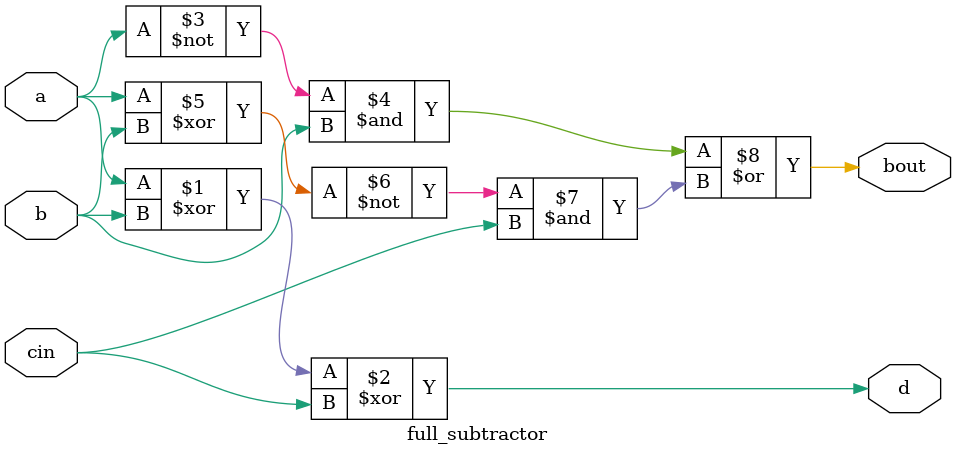
<source format=v>
module full_subtractor(input a,b,cin, output d,bout);
assign d=a^b^cin;
assign bout=(~a&b)|(~(a^b)&cin);
endmodule




/* OUTPUT:
meenakshi@meenakshi-Inspiron-3501:~/verilog/full_subtractor$ vvp full_subtractor.out
$time=0,a=0 b=0 cin=0 d=0 bout=0
$time=1,a=0 b=0 cin=1 d=1 bout=1
$time=2,a=0 b=1 cin=0 d=1 bout=1
$time=3,a=0 b=1 cin=1 d=0 bout=1
$time=4,a=1 b=0 cin=0 d=1 bout=0
$time=5,a=1 b=0 cin=1 d=0 bout=0
$time=6,a=1 b=1 cin=0 d=0 bout=0
$time=7,a=1 b=1 cin=1 d=1 bout=1
full_subtractor_tb.v:22: $finish called at 8 (1s)
*/

</source>
